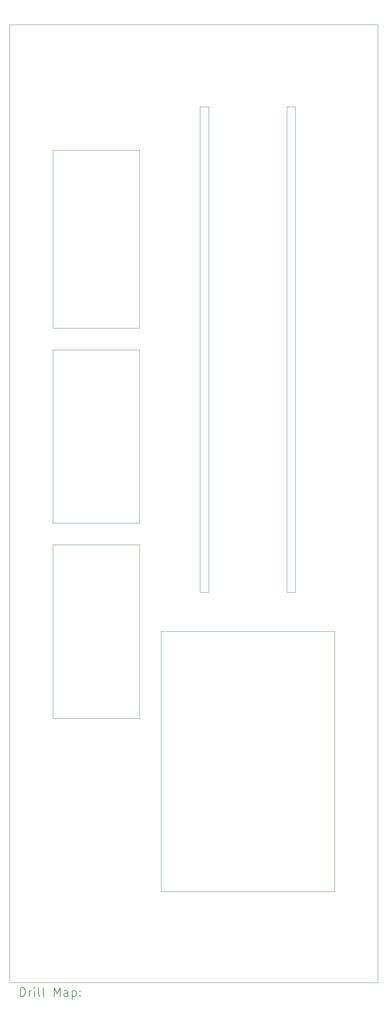
<source format=gbr>
%TF.GenerationSoftware,KiCad,Pcbnew,7.0.5*%
%TF.CreationDate,2023-07-03T18:51:50+02:00*%
%TF.ProjectId,Master_Board_panel,4d617374-6572-45f4-926f-6172645f7061,rev?*%
%TF.SameCoordinates,Original*%
%TF.FileFunction,Drillmap*%
%TF.FilePolarity,Positive*%
%FSLAX45Y45*%
G04 Gerber Fmt 4.5, Leading zero omitted, Abs format (unit mm)*
G04 Created by KiCad (PCBNEW 7.0.5) date 2023-07-03 18:51:50*
%MOMM*%
%LPD*%
G01*
G04 APERTURE LIST*
%ADD10C,0.100000*%
%ADD11C,0.200000*%
G04 APERTURE END LIST*
D10*
X10400000Y-2400000D02*
X10600000Y-2400000D01*
X10600000Y-13600000D01*
X10400000Y-13600000D01*
X10400000Y-2400000D01*
X5000000Y-3400000D02*
X7000000Y-3400000D01*
X7000000Y-7500000D01*
X5000000Y-7500000D01*
X5000000Y-3400000D01*
X7500000Y-14500000D02*
X11500000Y-14500000D01*
X11500000Y-20500000D01*
X7500000Y-20500000D01*
X7500000Y-14500000D01*
X8400000Y-2400000D02*
X8600000Y-2400000D01*
X8600000Y-13600000D01*
X8400000Y-13600000D01*
X8400000Y-2400000D01*
X4000000Y-500000D02*
X12500000Y-500000D01*
X12500000Y-22600000D01*
X4000000Y-22600000D01*
X4000000Y-500000D01*
X5000000Y-8000000D02*
X7000000Y-8000000D01*
X7000000Y-12000000D01*
X5000000Y-12000000D01*
X5000000Y-8000000D01*
X5000000Y-12500000D02*
X7000000Y-12500000D01*
X7000000Y-16500000D01*
X5000000Y-16500000D01*
X5000000Y-12500000D01*
D11*
X4255777Y-22916484D02*
X4255777Y-22716484D01*
X4255777Y-22716484D02*
X4303396Y-22716484D01*
X4303396Y-22716484D02*
X4331967Y-22726008D01*
X4331967Y-22726008D02*
X4351015Y-22745055D01*
X4351015Y-22745055D02*
X4360539Y-22764103D01*
X4360539Y-22764103D02*
X4370063Y-22802198D01*
X4370063Y-22802198D02*
X4370063Y-22830769D01*
X4370063Y-22830769D02*
X4360539Y-22868865D01*
X4360539Y-22868865D02*
X4351015Y-22887912D01*
X4351015Y-22887912D02*
X4331967Y-22906960D01*
X4331967Y-22906960D02*
X4303396Y-22916484D01*
X4303396Y-22916484D02*
X4255777Y-22916484D01*
X4455777Y-22916484D02*
X4455777Y-22783150D01*
X4455777Y-22821246D02*
X4465301Y-22802198D01*
X4465301Y-22802198D02*
X4474824Y-22792674D01*
X4474824Y-22792674D02*
X4493872Y-22783150D01*
X4493872Y-22783150D02*
X4512920Y-22783150D01*
X4579586Y-22916484D02*
X4579586Y-22783150D01*
X4579586Y-22716484D02*
X4570063Y-22726008D01*
X4570063Y-22726008D02*
X4579586Y-22735531D01*
X4579586Y-22735531D02*
X4589110Y-22726008D01*
X4589110Y-22726008D02*
X4579586Y-22716484D01*
X4579586Y-22716484D02*
X4579586Y-22735531D01*
X4703396Y-22916484D02*
X4684348Y-22906960D01*
X4684348Y-22906960D02*
X4674824Y-22887912D01*
X4674824Y-22887912D02*
X4674824Y-22716484D01*
X4808158Y-22916484D02*
X4789110Y-22906960D01*
X4789110Y-22906960D02*
X4779586Y-22887912D01*
X4779586Y-22887912D02*
X4779586Y-22716484D01*
X5036729Y-22916484D02*
X5036729Y-22716484D01*
X5036729Y-22716484D02*
X5103396Y-22859341D01*
X5103396Y-22859341D02*
X5170063Y-22716484D01*
X5170063Y-22716484D02*
X5170063Y-22916484D01*
X5351015Y-22916484D02*
X5351015Y-22811722D01*
X5351015Y-22811722D02*
X5341491Y-22792674D01*
X5341491Y-22792674D02*
X5322444Y-22783150D01*
X5322444Y-22783150D02*
X5284348Y-22783150D01*
X5284348Y-22783150D02*
X5265301Y-22792674D01*
X5351015Y-22906960D02*
X5331967Y-22916484D01*
X5331967Y-22916484D02*
X5284348Y-22916484D01*
X5284348Y-22916484D02*
X5265301Y-22906960D01*
X5265301Y-22906960D02*
X5255777Y-22887912D01*
X5255777Y-22887912D02*
X5255777Y-22868865D01*
X5255777Y-22868865D02*
X5265301Y-22849817D01*
X5265301Y-22849817D02*
X5284348Y-22840293D01*
X5284348Y-22840293D02*
X5331967Y-22840293D01*
X5331967Y-22840293D02*
X5351015Y-22830769D01*
X5446253Y-22783150D02*
X5446253Y-22983150D01*
X5446253Y-22792674D02*
X5465301Y-22783150D01*
X5465301Y-22783150D02*
X5503396Y-22783150D01*
X5503396Y-22783150D02*
X5522444Y-22792674D01*
X5522444Y-22792674D02*
X5531967Y-22802198D01*
X5531967Y-22802198D02*
X5541491Y-22821246D01*
X5541491Y-22821246D02*
X5541491Y-22878388D01*
X5541491Y-22878388D02*
X5531967Y-22897436D01*
X5531967Y-22897436D02*
X5522444Y-22906960D01*
X5522444Y-22906960D02*
X5503396Y-22916484D01*
X5503396Y-22916484D02*
X5465301Y-22916484D01*
X5465301Y-22916484D02*
X5446253Y-22906960D01*
X5627205Y-22897436D02*
X5636729Y-22906960D01*
X5636729Y-22906960D02*
X5627205Y-22916484D01*
X5627205Y-22916484D02*
X5617682Y-22906960D01*
X5617682Y-22906960D02*
X5627205Y-22897436D01*
X5627205Y-22897436D02*
X5627205Y-22916484D01*
X5627205Y-22792674D02*
X5636729Y-22802198D01*
X5636729Y-22802198D02*
X5627205Y-22811722D01*
X5627205Y-22811722D02*
X5617682Y-22802198D01*
X5617682Y-22802198D02*
X5627205Y-22792674D01*
X5627205Y-22792674D02*
X5627205Y-22811722D01*
M02*

</source>
